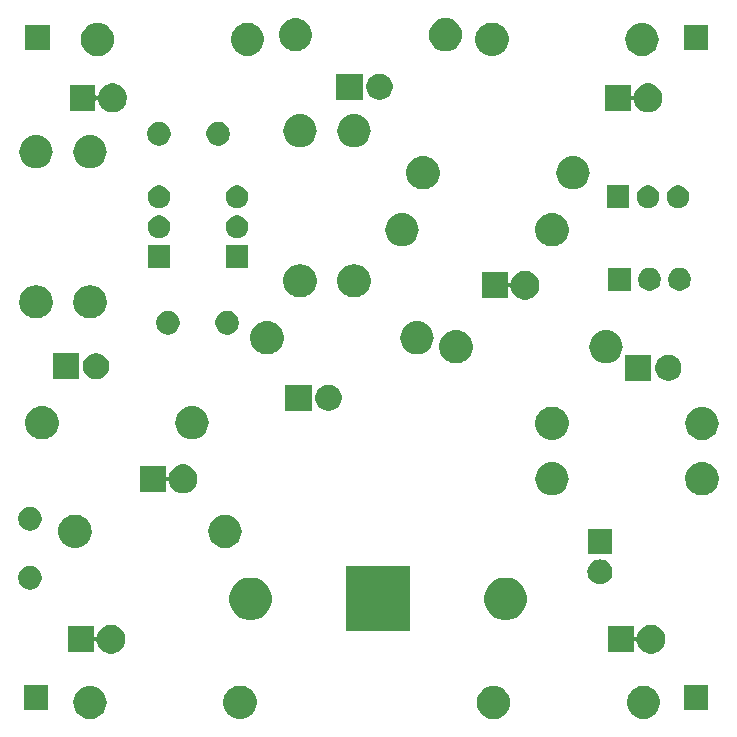
<source format=gbr>
G04 #@! TF.GenerationSoftware,KiCad,Pcbnew,(5.0.1)-4*
G04 #@! TF.CreationDate,2019-02-28T18:49:44-05:00*
G04 #@! TF.ProjectId,km-skillz-badge-kit,6B6D2D736B696C6C7A2D62616467652D,rev?*
G04 #@! TF.SameCoordinates,Original*
G04 #@! TF.FileFunction,Soldermask,Bot*
G04 #@! TF.FilePolarity,Negative*
%FSLAX46Y46*%
G04 Gerber Fmt 4.6, Leading zero omitted, Abs format (unit mm)*
G04 Created by KiCad (PCBNEW (5.0.1)-4) date 2/28/2019 6:49:44 PM*
%MOMM*%
%LPD*%
G01*
G04 APERTURE LIST*
%ADD10C,0.100000*%
G04 APERTURE END LIST*
D10*
G36*
X174103276Y-110758104D02*
X174272299Y-110791725D01*
X174527664Y-110897500D01*
X174757488Y-111051064D01*
X174952936Y-111246512D01*
X175106500Y-111476336D01*
X175212275Y-111731701D01*
X175266200Y-112002798D01*
X175266200Y-112279202D01*
X175212275Y-112550299D01*
X175106500Y-112805664D01*
X174952936Y-113035488D01*
X174757488Y-113230936D01*
X174527664Y-113384500D01*
X174272299Y-113490275D01*
X174136751Y-113517237D01*
X174001203Y-113544200D01*
X173724797Y-113544200D01*
X173589249Y-113517237D01*
X173453701Y-113490275D01*
X173198336Y-113384500D01*
X172968512Y-113230936D01*
X172773064Y-113035488D01*
X172619500Y-112805664D01*
X172513725Y-112550299D01*
X172459800Y-112279202D01*
X172459800Y-112002798D01*
X172513725Y-111731701D01*
X172619500Y-111476336D01*
X172773064Y-111246512D01*
X172968512Y-111051064D01*
X173198336Y-110897500D01*
X173453701Y-110791725D01*
X173622724Y-110758104D01*
X173724797Y-110737800D01*
X174001203Y-110737800D01*
X174103276Y-110758104D01*
X174103276Y-110758104D01*
G37*
G36*
X161438075Y-110758104D02*
X161702579Y-110838340D01*
X161946348Y-110968637D01*
X162160013Y-111143987D01*
X162335363Y-111357652D01*
X162465660Y-111601421D01*
X162545896Y-111865925D01*
X162572989Y-112141000D01*
X162545896Y-112416075D01*
X162465660Y-112680579D01*
X162335363Y-112924348D01*
X162160013Y-113138013D01*
X161946348Y-113313363D01*
X161702579Y-113443660D01*
X161702576Y-113443661D01*
X161438075Y-113523896D01*
X161231929Y-113544200D01*
X161094071Y-113544200D01*
X160887925Y-113523896D01*
X160623424Y-113443661D01*
X160623421Y-113443660D01*
X160379652Y-113313363D01*
X160165987Y-113138013D01*
X159990637Y-112924348D01*
X159860340Y-112680579D01*
X159780104Y-112416075D01*
X159753011Y-112141000D01*
X159780104Y-111865925D01*
X159860340Y-111601421D01*
X159990637Y-111357652D01*
X160165987Y-111143987D01*
X160379652Y-110968637D01*
X160623421Y-110838340D01*
X160887925Y-110758104D01*
X161094071Y-110737800D01*
X161231929Y-110737800D01*
X161438075Y-110758104D01*
X161438075Y-110758104D01*
G37*
G36*
X127275075Y-110758104D02*
X127539579Y-110838340D01*
X127783348Y-110968637D01*
X127997013Y-111143987D01*
X128172363Y-111357652D01*
X128302660Y-111601421D01*
X128382896Y-111865925D01*
X128409989Y-112141000D01*
X128382896Y-112416075D01*
X128302660Y-112680579D01*
X128172363Y-112924348D01*
X127997013Y-113138013D01*
X127783348Y-113313363D01*
X127539579Y-113443660D01*
X127275075Y-113523896D01*
X127068929Y-113544200D01*
X126931071Y-113544200D01*
X126724925Y-113523896D01*
X126460421Y-113443660D01*
X126216652Y-113313363D01*
X126002987Y-113138013D01*
X125827637Y-112924348D01*
X125697340Y-112680579D01*
X125617104Y-112416075D01*
X125590011Y-112141000D01*
X125617104Y-111865925D01*
X125697340Y-111601421D01*
X125827637Y-111357652D01*
X126002987Y-111143987D01*
X126216652Y-110968637D01*
X126460421Y-110838340D01*
X126724925Y-110758104D01*
X126931071Y-110737800D01*
X127068929Y-110737800D01*
X127275075Y-110758104D01*
X127275075Y-110758104D01*
G37*
G36*
X139940276Y-110758104D02*
X140109299Y-110791725D01*
X140364664Y-110897500D01*
X140594488Y-111051064D01*
X140789936Y-111246512D01*
X140943500Y-111476336D01*
X141049275Y-111731701D01*
X141103200Y-112002798D01*
X141103200Y-112279202D01*
X141049275Y-112550299D01*
X140943500Y-112805664D01*
X140789936Y-113035488D01*
X140594488Y-113230936D01*
X140364664Y-113384500D01*
X140109299Y-113490275D01*
X139973751Y-113517237D01*
X139838203Y-113544200D01*
X139561797Y-113544200D01*
X139426249Y-113517237D01*
X139290701Y-113490275D01*
X139035336Y-113384500D01*
X138805512Y-113230936D01*
X138610064Y-113035488D01*
X138456500Y-112805664D01*
X138350725Y-112550299D01*
X138296800Y-112279202D01*
X138296800Y-112002798D01*
X138350725Y-111731701D01*
X138456500Y-111476336D01*
X138610064Y-111246512D01*
X138805512Y-111051064D01*
X139035336Y-110897500D01*
X139290701Y-110791725D01*
X139459724Y-110758104D01*
X139561797Y-110737800D01*
X139838203Y-110737800D01*
X139940276Y-110758104D01*
X139940276Y-110758104D01*
G37*
G36*
X179361200Y-112813200D02*
X177254800Y-112813200D01*
X177254800Y-110706800D01*
X179361200Y-110706800D01*
X179361200Y-112813200D01*
X179361200Y-112813200D01*
G37*
G36*
X123481200Y-112813200D02*
X121374800Y-112813200D01*
X121374800Y-110706800D01*
X123481200Y-110706800D01*
X123481200Y-112813200D01*
X123481200Y-112813200D01*
G37*
G36*
X174657160Y-105595573D02*
X174853627Y-105634652D01*
X174993546Y-105692609D01*
X175075508Y-105726559D01*
X175075509Y-105726560D01*
X175275193Y-105859984D01*
X175445016Y-106029807D01*
X175533965Y-106162930D01*
X175578441Y-106229492D01*
X175612391Y-106311454D01*
X175670348Y-106451373D01*
X175707175Y-106636518D01*
X175717200Y-106686919D01*
X175717200Y-106927081D01*
X175714088Y-106942725D01*
X175670348Y-107162627D01*
X175612391Y-107302546D01*
X175578441Y-107384508D01*
X175578440Y-107384509D01*
X175445016Y-107584193D01*
X175275193Y-107754016D01*
X175142070Y-107842965D01*
X175075508Y-107887441D01*
X174993546Y-107921391D01*
X174853627Y-107979348D01*
X174657160Y-108018427D01*
X174618081Y-108026200D01*
X174377919Y-108026200D01*
X174338840Y-108018427D01*
X174142373Y-107979348D01*
X174002454Y-107921391D01*
X173920492Y-107887441D01*
X173853930Y-107842965D01*
X173720807Y-107754016D01*
X173550984Y-107584193D01*
X173417560Y-107384509D01*
X173417559Y-107384508D01*
X173383609Y-107302546D01*
X173325652Y-107162627D01*
X173301760Y-107042509D01*
X173294533Y-107018685D01*
X173282797Y-106996728D01*
X173267003Y-106977483D01*
X173247758Y-106961689D01*
X173225801Y-106949952D01*
X173201977Y-106942725D01*
X173177200Y-106940285D01*
X173152424Y-106942725D01*
X173128600Y-106949952D01*
X173106643Y-106961688D01*
X173087398Y-106977482D01*
X173071604Y-106996727D01*
X173059867Y-107018684D01*
X173052640Y-107042508D01*
X173050200Y-107067285D01*
X173050200Y-107899200D01*
X170865800Y-107899200D01*
X170865800Y-105714800D01*
X173050200Y-105714800D01*
X173050200Y-106546715D01*
X173052640Y-106571491D01*
X173059867Y-106595316D01*
X173071603Y-106617272D01*
X173087397Y-106636518D01*
X173106643Y-106652312D01*
X173128599Y-106664048D01*
X173152424Y-106671275D01*
X173177200Y-106673715D01*
X173201976Y-106671275D01*
X173225801Y-106664048D01*
X173247757Y-106652312D01*
X173267003Y-106636518D01*
X173282797Y-106617272D01*
X173294533Y-106595316D01*
X173301760Y-106571491D01*
X173325652Y-106451373D01*
X173383609Y-106311454D01*
X173417559Y-106229492D01*
X173462035Y-106162930D01*
X173550984Y-106029807D01*
X173720807Y-105859984D01*
X173920491Y-105726560D01*
X173920492Y-105726559D01*
X174002454Y-105692609D01*
X174142373Y-105634652D01*
X174338840Y-105595573D01*
X174377919Y-105587800D01*
X174618081Y-105587800D01*
X174657160Y-105595573D01*
X174657160Y-105595573D01*
G37*
G36*
X128937160Y-105595573D02*
X129133627Y-105634652D01*
X129273546Y-105692609D01*
X129355508Y-105726559D01*
X129355509Y-105726560D01*
X129555193Y-105859984D01*
X129725016Y-106029807D01*
X129813965Y-106162930D01*
X129858441Y-106229492D01*
X129892391Y-106311454D01*
X129950348Y-106451373D01*
X129987175Y-106636518D01*
X129997200Y-106686919D01*
X129997200Y-106927081D01*
X129994088Y-106942725D01*
X129950348Y-107162627D01*
X129892391Y-107302546D01*
X129858441Y-107384508D01*
X129858440Y-107384509D01*
X129725016Y-107584193D01*
X129555193Y-107754016D01*
X129422070Y-107842965D01*
X129355508Y-107887441D01*
X129273546Y-107921391D01*
X129133627Y-107979348D01*
X128937160Y-108018427D01*
X128898081Y-108026200D01*
X128657919Y-108026200D01*
X128618840Y-108018427D01*
X128422373Y-107979348D01*
X128282454Y-107921391D01*
X128200492Y-107887441D01*
X128133930Y-107842965D01*
X128000807Y-107754016D01*
X127830984Y-107584193D01*
X127697560Y-107384509D01*
X127697559Y-107384508D01*
X127663609Y-107302546D01*
X127605652Y-107162627D01*
X127581760Y-107042509D01*
X127574533Y-107018685D01*
X127562797Y-106996728D01*
X127547003Y-106977483D01*
X127527758Y-106961689D01*
X127505801Y-106949952D01*
X127481977Y-106942725D01*
X127457200Y-106940285D01*
X127432424Y-106942725D01*
X127408600Y-106949952D01*
X127386643Y-106961688D01*
X127367398Y-106977482D01*
X127351604Y-106996727D01*
X127339867Y-107018684D01*
X127332640Y-107042508D01*
X127330200Y-107067285D01*
X127330200Y-107899200D01*
X125145800Y-107899200D01*
X125145800Y-105714800D01*
X127330200Y-105714800D01*
X127330200Y-106546715D01*
X127332640Y-106571491D01*
X127339867Y-106595316D01*
X127351603Y-106617272D01*
X127367397Y-106636518D01*
X127386643Y-106652312D01*
X127408599Y-106664048D01*
X127432424Y-106671275D01*
X127457200Y-106673715D01*
X127481976Y-106671275D01*
X127505801Y-106664048D01*
X127527757Y-106652312D01*
X127547003Y-106636518D01*
X127562797Y-106617272D01*
X127574533Y-106595316D01*
X127581760Y-106571491D01*
X127605652Y-106451373D01*
X127663609Y-106311454D01*
X127697559Y-106229492D01*
X127742035Y-106162930D01*
X127830984Y-106029807D01*
X128000807Y-105859984D01*
X128200491Y-105726560D01*
X128200492Y-105726559D01*
X128282454Y-105692609D01*
X128422373Y-105634652D01*
X128618840Y-105595573D01*
X128657919Y-105587800D01*
X128898081Y-105587800D01*
X128937160Y-105595573D01*
X128937160Y-105595573D01*
G37*
G36*
X154127200Y-106121200D02*
X148640800Y-106121200D01*
X148640800Y-100634800D01*
X154127200Y-100634800D01*
X154127200Y-106121200D01*
X154127200Y-106121200D01*
G37*
G36*
X162424184Y-101600988D02*
X162701327Y-101656115D01*
X163027216Y-101791103D01*
X163320503Y-101987071D01*
X163569929Y-102236497D01*
X163765897Y-102529784D01*
X163900885Y-102855673D01*
X163969700Y-103201632D01*
X163969700Y-103554368D01*
X163900885Y-103900327D01*
X163765897Y-104226216D01*
X163569929Y-104519503D01*
X163320503Y-104768929D01*
X163027216Y-104964897D01*
X162701327Y-105099885D01*
X162424184Y-105155012D01*
X162355369Y-105168700D01*
X162002631Y-105168700D01*
X161933816Y-105155012D01*
X161656673Y-105099885D01*
X161330784Y-104964897D01*
X161037497Y-104768929D01*
X160788071Y-104519503D01*
X160592103Y-104226216D01*
X160457115Y-103900327D01*
X160388300Y-103554368D01*
X160388300Y-103201632D01*
X160457115Y-102855673D01*
X160592103Y-102529784D01*
X160788071Y-102236497D01*
X161037497Y-101987071D01*
X161330784Y-101791103D01*
X161656673Y-101656115D01*
X161933816Y-101600988D01*
X162002631Y-101587300D01*
X162355369Y-101587300D01*
X162424184Y-101600988D01*
X162424184Y-101600988D01*
G37*
G36*
X140834184Y-101600988D02*
X141111327Y-101656115D01*
X141437216Y-101791103D01*
X141730503Y-101987071D01*
X141979929Y-102236497D01*
X142175897Y-102529784D01*
X142310885Y-102855673D01*
X142379700Y-103201632D01*
X142379700Y-103554368D01*
X142310885Y-103900327D01*
X142175897Y-104226216D01*
X141979929Y-104519503D01*
X141730503Y-104768929D01*
X141437216Y-104964897D01*
X141111327Y-105099885D01*
X140834184Y-105155012D01*
X140765369Y-105168700D01*
X140412631Y-105168700D01*
X140343816Y-105155012D01*
X140066673Y-105099885D01*
X139740784Y-104964897D01*
X139447497Y-104768929D01*
X139198071Y-104519503D01*
X139002103Y-104226216D01*
X138867115Y-103900327D01*
X138798300Y-103554368D01*
X138798300Y-103201632D01*
X138867115Y-102855673D01*
X139002103Y-102529784D01*
X139198071Y-102236497D01*
X139447497Y-101987071D01*
X139740784Y-101791103D01*
X140066673Y-101656115D01*
X140343816Y-101600988D01*
X140412631Y-101587300D01*
X140765369Y-101587300D01*
X140834184Y-101600988D01*
X140834184Y-101600988D01*
G37*
G36*
X122212623Y-100635352D02*
X122212626Y-100635353D01*
X122212625Y-100635353D01*
X122395191Y-100710974D01*
X122559503Y-100820764D01*
X122699236Y-100960497D01*
X122809026Y-101124809D01*
X122874988Y-101284055D01*
X122884648Y-101307377D01*
X122923200Y-101501193D01*
X122923200Y-101698807D01*
X122884648Y-101892623D01*
X122884647Y-101892625D01*
X122809026Y-102075191D01*
X122699236Y-102239503D01*
X122559503Y-102379236D01*
X122395191Y-102489026D01*
X122235945Y-102554988D01*
X122212623Y-102564648D01*
X122018807Y-102603200D01*
X121821193Y-102603200D01*
X121627377Y-102564648D01*
X121604055Y-102554988D01*
X121444809Y-102489026D01*
X121280497Y-102379236D01*
X121140764Y-102239503D01*
X121030974Y-102075191D01*
X120955353Y-101892625D01*
X120955352Y-101892623D01*
X120916800Y-101698807D01*
X120916800Y-101501193D01*
X120955352Y-101307377D01*
X120965012Y-101284055D01*
X121030974Y-101124809D01*
X121140764Y-100960497D01*
X121280497Y-100820764D01*
X121444809Y-100710974D01*
X121627375Y-100635353D01*
X121627374Y-100635353D01*
X121627377Y-100635352D01*
X121821193Y-100596800D01*
X122018807Y-100596800D01*
X122212623Y-100635352D01*
X122212623Y-100635352D01*
G37*
G36*
X170386464Y-100054039D02*
X170584991Y-100114262D01*
X170767957Y-100212060D01*
X170928328Y-100343672D01*
X171059940Y-100504043D01*
X171157738Y-100687009D01*
X171217961Y-100885536D01*
X171238296Y-101092000D01*
X171217961Y-101298464D01*
X171157738Y-101496991D01*
X171059940Y-101679957D01*
X170928328Y-101840328D01*
X170767957Y-101971940D01*
X170584991Y-102069738D01*
X170386464Y-102129961D01*
X170231741Y-102145200D01*
X170128259Y-102145200D01*
X169973536Y-102129961D01*
X169775009Y-102069738D01*
X169592043Y-101971940D01*
X169431672Y-101840328D01*
X169300060Y-101679957D01*
X169202262Y-101496991D01*
X169142039Y-101298464D01*
X169121704Y-101092000D01*
X169142039Y-100885536D01*
X169202262Y-100687009D01*
X169300060Y-100504043D01*
X169431672Y-100343672D01*
X169592043Y-100212060D01*
X169775009Y-100114262D01*
X169973536Y-100054039D01*
X170128259Y-100038800D01*
X170231741Y-100038800D01*
X170386464Y-100054039D01*
X170386464Y-100054039D01*
G37*
G36*
X171233200Y-99605200D02*
X169126800Y-99605200D01*
X169126800Y-97498800D01*
X171233200Y-97498800D01*
X171233200Y-99605200D01*
X171233200Y-99605200D01*
G37*
G36*
X125970276Y-96280104D02*
X126139299Y-96313725D01*
X126394664Y-96419500D01*
X126624488Y-96573064D01*
X126819936Y-96768512D01*
X126973500Y-96998336D01*
X127073394Y-97239503D01*
X127079275Y-97253702D01*
X127126085Y-97489026D01*
X127133200Y-97524798D01*
X127133200Y-97801202D01*
X127079275Y-98072299D01*
X126973500Y-98327664D01*
X126819936Y-98557488D01*
X126624488Y-98752936D01*
X126394664Y-98906500D01*
X126139299Y-99012275D01*
X126003751Y-99039237D01*
X125868203Y-99066200D01*
X125591797Y-99066200D01*
X125456249Y-99039237D01*
X125320701Y-99012275D01*
X125065336Y-98906500D01*
X124835512Y-98752936D01*
X124640064Y-98557488D01*
X124486500Y-98327664D01*
X124380725Y-98072299D01*
X124326800Y-97801202D01*
X124326800Y-97524798D01*
X124333916Y-97489026D01*
X124380725Y-97253702D01*
X124386606Y-97239503D01*
X124486500Y-96998336D01*
X124640064Y-96768512D01*
X124835512Y-96573064D01*
X125065336Y-96419500D01*
X125320701Y-96313725D01*
X125489724Y-96280104D01*
X125591797Y-96259800D01*
X125868203Y-96259800D01*
X125970276Y-96280104D01*
X125970276Y-96280104D01*
G37*
G36*
X138705075Y-96280104D02*
X138794983Y-96307377D01*
X138969579Y-96360340D01*
X139213348Y-96490637D01*
X139427013Y-96665987D01*
X139602363Y-96879652D01*
X139732660Y-97123421D01*
X139812896Y-97387925D01*
X139839989Y-97663000D01*
X139812896Y-97938075D01*
X139732660Y-98202579D01*
X139602363Y-98446348D01*
X139427013Y-98660013D01*
X139213348Y-98835363D01*
X138969579Y-98965660D01*
X138969576Y-98965661D01*
X138705075Y-99045896D01*
X138498929Y-99066200D01*
X138361071Y-99066200D01*
X138154925Y-99045896D01*
X137890424Y-98965661D01*
X137890421Y-98965660D01*
X137646652Y-98835363D01*
X137432987Y-98660013D01*
X137257637Y-98446348D01*
X137127340Y-98202579D01*
X137047104Y-97938075D01*
X137020011Y-97663000D01*
X137047104Y-97387925D01*
X137127340Y-97123421D01*
X137257637Y-96879652D01*
X137432987Y-96665987D01*
X137646652Y-96490637D01*
X137890421Y-96360340D01*
X138065018Y-96307377D01*
X138154925Y-96280104D01*
X138361071Y-96259800D01*
X138498929Y-96259800D01*
X138705075Y-96280104D01*
X138705075Y-96280104D01*
G37*
G36*
X122212623Y-95635352D02*
X122212626Y-95635353D01*
X122212625Y-95635353D01*
X122395191Y-95710974D01*
X122559503Y-95820764D01*
X122699236Y-95960497D01*
X122809026Y-96124809D01*
X122864941Y-96259800D01*
X122884648Y-96307377D01*
X122923200Y-96501193D01*
X122923200Y-96698807D01*
X122884648Y-96892623D01*
X122884647Y-96892625D01*
X122809026Y-97075191D01*
X122699236Y-97239503D01*
X122559503Y-97379236D01*
X122395191Y-97489026D01*
X122235945Y-97554988D01*
X122212623Y-97564648D01*
X122018807Y-97603200D01*
X121821193Y-97603200D01*
X121627377Y-97564648D01*
X121604055Y-97554988D01*
X121444809Y-97489026D01*
X121280497Y-97379236D01*
X121140764Y-97239503D01*
X121030974Y-97075191D01*
X120955353Y-96892625D01*
X120955352Y-96892623D01*
X120916800Y-96698807D01*
X120916800Y-96501193D01*
X120955352Y-96307377D01*
X120975059Y-96259800D01*
X121030974Y-96124809D01*
X121140764Y-95960497D01*
X121280497Y-95820764D01*
X121444809Y-95710974D01*
X121627375Y-95635353D01*
X121627374Y-95635353D01*
X121627377Y-95635352D01*
X121821193Y-95596800D01*
X122018807Y-95596800D01*
X122212623Y-95635352D01*
X122212623Y-95635352D01*
G37*
G36*
X166391075Y-91835104D02*
X166655579Y-91915340D01*
X166899348Y-92045637D01*
X167113013Y-92220987D01*
X167288363Y-92434652D01*
X167418660Y-92678421D01*
X167498896Y-92942925D01*
X167525989Y-93218000D01*
X167498896Y-93493075D01*
X167418660Y-93757579D01*
X167288363Y-94001348D01*
X167113013Y-94215013D01*
X166899348Y-94390363D01*
X166655579Y-94520660D01*
X166655576Y-94520661D01*
X166391075Y-94600896D01*
X166184929Y-94621200D01*
X166047071Y-94621200D01*
X165840925Y-94600896D01*
X165576424Y-94520661D01*
X165576421Y-94520660D01*
X165332652Y-94390363D01*
X165118987Y-94215013D01*
X164943637Y-94001348D01*
X164813340Y-93757579D01*
X164733104Y-93493075D01*
X164706011Y-93218000D01*
X164733104Y-92942925D01*
X164813340Y-92678421D01*
X164943637Y-92434652D01*
X165118987Y-92220987D01*
X165332652Y-92045637D01*
X165576421Y-91915340D01*
X165840925Y-91835104D01*
X166047071Y-91814800D01*
X166184929Y-91814800D01*
X166391075Y-91835104D01*
X166391075Y-91835104D01*
G37*
G36*
X179056276Y-91835104D02*
X179225299Y-91868725D01*
X179480664Y-91974500D01*
X179710488Y-92128064D01*
X179905936Y-92323512D01*
X180059500Y-92553336D01*
X180165275Y-92808701D01*
X180165275Y-92808702D01*
X180219200Y-93079797D01*
X180219200Y-93356203D01*
X180199844Y-93453509D01*
X180165275Y-93627299D01*
X180059500Y-93882664D01*
X179905936Y-94112488D01*
X179710488Y-94307936D01*
X179480664Y-94461500D01*
X179225299Y-94567275D01*
X179089751Y-94594237D01*
X178954203Y-94621200D01*
X178677797Y-94621200D01*
X178542249Y-94594237D01*
X178406701Y-94567275D01*
X178151336Y-94461500D01*
X177921512Y-94307936D01*
X177726064Y-94112488D01*
X177572500Y-93882664D01*
X177466725Y-93627299D01*
X177432156Y-93453509D01*
X177412800Y-93356203D01*
X177412800Y-93079797D01*
X177466725Y-92808702D01*
X177466725Y-92808701D01*
X177572500Y-92553336D01*
X177726064Y-92323512D01*
X177921512Y-92128064D01*
X178151336Y-91974500D01*
X178406701Y-91868725D01*
X178575724Y-91835104D01*
X178677797Y-91814800D01*
X178954203Y-91814800D01*
X179056276Y-91835104D01*
X179056276Y-91835104D01*
G37*
G36*
X135033160Y-92006573D02*
X135229627Y-92045652D01*
X135369546Y-92103609D01*
X135451508Y-92137559D01*
X135451509Y-92137560D01*
X135651193Y-92270984D01*
X135821016Y-92440807D01*
X135896205Y-92553336D01*
X135954441Y-92640492D01*
X135970153Y-92678424D01*
X136046348Y-92862373D01*
X136083175Y-93047518D01*
X136093200Y-93097919D01*
X136093200Y-93338081D01*
X136089595Y-93356203D01*
X136046348Y-93573627D01*
X135988391Y-93713546D01*
X135954441Y-93795508D01*
X135954440Y-93795509D01*
X135821016Y-93995193D01*
X135651193Y-94165016D01*
X135518070Y-94253965D01*
X135451508Y-94298441D01*
X135369546Y-94332391D01*
X135229627Y-94390348D01*
X135033160Y-94429427D01*
X134994081Y-94437200D01*
X134753919Y-94437200D01*
X134714840Y-94429427D01*
X134518373Y-94390348D01*
X134378454Y-94332391D01*
X134296492Y-94298441D01*
X134229930Y-94253965D01*
X134096807Y-94165016D01*
X133926984Y-93995193D01*
X133793560Y-93795509D01*
X133793559Y-93795508D01*
X133759609Y-93713546D01*
X133701652Y-93573627D01*
X133677760Y-93453509D01*
X133670533Y-93429685D01*
X133658797Y-93407728D01*
X133643003Y-93388483D01*
X133623758Y-93372689D01*
X133601801Y-93360952D01*
X133577977Y-93353725D01*
X133553200Y-93351285D01*
X133528424Y-93353725D01*
X133504600Y-93360952D01*
X133482643Y-93372688D01*
X133463398Y-93388482D01*
X133447604Y-93407727D01*
X133435867Y-93429684D01*
X133428640Y-93453508D01*
X133426200Y-93478285D01*
X133426200Y-94310200D01*
X131241800Y-94310200D01*
X131241800Y-92125800D01*
X133426200Y-92125800D01*
X133426200Y-92957715D01*
X133428640Y-92982491D01*
X133435867Y-93006316D01*
X133447603Y-93028272D01*
X133463397Y-93047518D01*
X133482643Y-93063312D01*
X133504599Y-93075048D01*
X133528424Y-93082275D01*
X133553200Y-93084715D01*
X133577976Y-93082275D01*
X133601801Y-93075048D01*
X133623757Y-93063312D01*
X133643003Y-93047518D01*
X133658797Y-93028272D01*
X133670533Y-93006316D01*
X133677760Y-92982491D01*
X133701652Y-92862373D01*
X133777847Y-92678424D01*
X133793559Y-92640492D01*
X133851795Y-92553336D01*
X133926984Y-92440807D01*
X134096807Y-92270984D01*
X134296491Y-92137560D01*
X134296492Y-92137559D01*
X134378454Y-92103609D01*
X134518373Y-92045652D01*
X134714840Y-92006573D01*
X134753919Y-91998800D01*
X134994081Y-91998800D01*
X135033160Y-92006573D01*
X135033160Y-92006573D01*
G37*
G36*
X166356276Y-87136104D02*
X166525299Y-87169725D01*
X166780664Y-87275500D01*
X167010488Y-87429064D01*
X167205936Y-87624512D01*
X167359500Y-87854336D01*
X167465275Y-88109701D01*
X167519200Y-88380798D01*
X167519200Y-88657202D01*
X167465275Y-88928299D01*
X167359500Y-89183664D01*
X167205936Y-89413488D01*
X167010488Y-89608936D01*
X166780664Y-89762500D01*
X166525299Y-89868275D01*
X166389750Y-89895238D01*
X166254203Y-89922200D01*
X165977797Y-89922200D01*
X165842250Y-89895238D01*
X165706701Y-89868275D01*
X165451336Y-89762500D01*
X165221512Y-89608936D01*
X165026064Y-89413488D01*
X164872500Y-89183664D01*
X164766725Y-88928299D01*
X164712800Y-88657202D01*
X164712800Y-88380798D01*
X164766725Y-88109701D01*
X164872500Y-87854336D01*
X165026064Y-87624512D01*
X165221512Y-87429064D01*
X165451336Y-87275500D01*
X165706701Y-87169725D01*
X165875724Y-87136104D01*
X165977797Y-87115800D01*
X166254203Y-87115800D01*
X166356276Y-87136104D01*
X166356276Y-87136104D01*
G37*
G36*
X179091075Y-87136104D02*
X179355579Y-87216340D01*
X179599348Y-87346637D01*
X179813013Y-87521987D01*
X179988363Y-87735652D01*
X180118660Y-87979421D01*
X180198896Y-88243925D01*
X180225989Y-88519000D01*
X180198896Y-88794075D01*
X180118660Y-89058579D01*
X179988363Y-89302348D01*
X179813013Y-89516013D01*
X179599348Y-89691363D01*
X179355579Y-89821660D01*
X179091075Y-89901896D01*
X178884929Y-89922200D01*
X178747071Y-89922200D01*
X178540925Y-89901896D01*
X178276421Y-89821660D01*
X178032652Y-89691363D01*
X177818987Y-89516013D01*
X177643637Y-89302348D01*
X177513340Y-89058579D01*
X177433104Y-88794075D01*
X177406011Y-88519000D01*
X177433104Y-88243925D01*
X177513340Y-87979421D01*
X177643637Y-87735652D01*
X177818987Y-87521987D01*
X178032652Y-87346637D01*
X178276421Y-87216340D01*
X178540925Y-87136104D01*
X178747071Y-87115800D01*
X178884929Y-87115800D01*
X179091075Y-87136104D01*
X179091075Y-87136104D01*
G37*
G36*
X135911075Y-87085304D02*
X136175579Y-87165540D01*
X136419348Y-87295837D01*
X136633013Y-87471187D01*
X136808363Y-87684852D01*
X136938660Y-87928621D01*
X137018896Y-88193125D01*
X137045989Y-88468200D01*
X137018896Y-88743275D01*
X136938660Y-89007779D01*
X136808363Y-89251548D01*
X136633013Y-89465213D01*
X136419348Y-89640563D01*
X136175579Y-89770860D01*
X136175576Y-89770861D01*
X135911075Y-89851096D01*
X135704929Y-89871400D01*
X135567071Y-89871400D01*
X135360925Y-89851096D01*
X135096424Y-89770861D01*
X135096421Y-89770860D01*
X134852652Y-89640563D01*
X134638987Y-89465213D01*
X134463637Y-89251548D01*
X134333340Y-89007779D01*
X134253104Y-88743275D01*
X134226011Y-88468200D01*
X134253104Y-88193125D01*
X134333340Y-87928621D01*
X134463637Y-87684852D01*
X134638987Y-87471187D01*
X134852652Y-87295837D01*
X135096421Y-87165540D01*
X135360925Y-87085304D01*
X135567071Y-87065000D01*
X135704929Y-87065000D01*
X135911075Y-87085304D01*
X135911075Y-87085304D01*
G37*
G36*
X123176276Y-87085304D02*
X123345299Y-87118925D01*
X123600664Y-87224700D01*
X123830488Y-87378264D01*
X124025936Y-87573712D01*
X124179500Y-87803536D01*
X124285275Y-88058901D01*
X124339200Y-88329998D01*
X124339200Y-88606402D01*
X124285275Y-88877499D01*
X124179500Y-89132864D01*
X124025936Y-89362688D01*
X123830488Y-89558136D01*
X123600664Y-89711700D01*
X123345299Y-89817475D01*
X123209751Y-89844437D01*
X123074203Y-89871400D01*
X122797797Y-89871400D01*
X122662249Y-89844437D01*
X122526701Y-89817475D01*
X122271336Y-89711700D01*
X122041512Y-89558136D01*
X121846064Y-89362688D01*
X121692500Y-89132864D01*
X121586725Y-88877499D01*
X121532800Y-88606402D01*
X121532800Y-88329998D01*
X121586725Y-88058901D01*
X121692500Y-87803536D01*
X121846064Y-87573712D01*
X122041512Y-87378264D01*
X122271336Y-87224700D01*
X122526701Y-87118925D01*
X122695724Y-87085304D01*
X122797797Y-87065000D01*
X123074203Y-87065000D01*
X123176276Y-87085304D01*
X123176276Y-87085304D01*
G37*
G36*
X145756200Y-87463200D02*
X143549800Y-87463200D01*
X143549800Y-85256800D01*
X145756200Y-85256800D01*
X145756200Y-87463200D01*
X145756200Y-87463200D01*
G37*
G36*
X147514792Y-85299195D02*
X147715561Y-85382357D01*
X147896249Y-85503089D01*
X148049911Y-85656751D01*
X148170643Y-85837439D01*
X148253805Y-86038208D01*
X148296200Y-86251344D01*
X148296200Y-86468656D01*
X148253805Y-86681792D01*
X148170643Y-86882561D01*
X148049911Y-87063249D01*
X147896249Y-87216911D01*
X147715561Y-87337643D01*
X147514792Y-87420805D01*
X147301656Y-87463200D01*
X147084344Y-87463200D01*
X146871208Y-87420805D01*
X146670439Y-87337643D01*
X146489751Y-87216911D01*
X146336089Y-87063249D01*
X146215357Y-86882561D01*
X146132195Y-86681792D01*
X146089800Y-86468656D01*
X146089800Y-86251344D01*
X146132195Y-86038208D01*
X146215357Y-85837439D01*
X146336089Y-85656751D01*
X146489751Y-85503089D01*
X146670439Y-85382357D01*
X146871208Y-85299195D01*
X147084344Y-85256800D01*
X147301656Y-85256800D01*
X147514792Y-85299195D01*
X147514792Y-85299195D01*
G37*
G36*
X176292992Y-82759195D02*
X176493761Y-82842357D01*
X176674449Y-82963089D01*
X176828111Y-83116751D01*
X176948843Y-83297439D01*
X177032005Y-83498208D01*
X177074400Y-83711344D01*
X177074400Y-83928656D01*
X177032005Y-84141792D01*
X176948843Y-84342561D01*
X176828111Y-84523249D01*
X176674449Y-84676911D01*
X176493761Y-84797643D01*
X176292992Y-84880805D01*
X176079856Y-84923200D01*
X175862544Y-84923200D01*
X175649408Y-84880805D01*
X175448639Y-84797643D01*
X175267951Y-84676911D01*
X175114289Y-84523249D01*
X174993557Y-84342561D01*
X174910395Y-84141792D01*
X174868000Y-83928656D01*
X174868000Y-83711344D01*
X174910395Y-83498208D01*
X174993557Y-83297439D01*
X175114289Y-83116751D01*
X175267951Y-82963089D01*
X175448639Y-82842357D01*
X175649408Y-82759195D01*
X175862544Y-82716800D01*
X176079856Y-82716800D01*
X176292992Y-82759195D01*
X176292992Y-82759195D01*
G37*
G36*
X174534400Y-84923200D02*
X172328000Y-84923200D01*
X172328000Y-82716800D01*
X174534400Y-82716800D01*
X174534400Y-84923200D01*
X174534400Y-84923200D01*
G37*
G36*
X127829792Y-82632195D02*
X128030561Y-82715357D01*
X128211249Y-82836089D01*
X128364911Y-82989751D01*
X128485643Y-83170439D01*
X128568805Y-83371208D01*
X128611200Y-83584344D01*
X128611200Y-83801656D01*
X128568805Y-84014792D01*
X128485643Y-84215561D01*
X128364911Y-84396249D01*
X128211249Y-84549911D01*
X128030561Y-84670643D01*
X127829792Y-84753805D01*
X127616656Y-84796200D01*
X127399344Y-84796200D01*
X127186208Y-84753805D01*
X126985439Y-84670643D01*
X126804751Y-84549911D01*
X126651089Y-84396249D01*
X126530357Y-84215561D01*
X126447195Y-84014792D01*
X126404800Y-83801656D01*
X126404800Y-83584344D01*
X126447195Y-83371208D01*
X126530357Y-83170439D01*
X126651089Y-82989751D01*
X126804751Y-82836089D01*
X126985439Y-82715357D01*
X127186208Y-82632195D01*
X127399344Y-82589800D01*
X127616656Y-82589800D01*
X127829792Y-82632195D01*
X127829792Y-82632195D01*
G37*
G36*
X126071200Y-84796200D02*
X123864800Y-84796200D01*
X123864800Y-82589800D01*
X126071200Y-82589800D01*
X126071200Y-84796200D01*
X126071200Y-84796200D01*
G37*
G36*
X170963075Y-80659104D02*
X171227579Y-80739340D01*
X171471348Y-80869637D01*
X171685013Y-81044987D01*
X171860363Y-81258652D01*
X171990660Y-81502421D01*
X172070896Y-81766925D01*
X172097989Y-82042000D01*
X172070896Y-82317075D01*
X171990660Y-82581579D01*
X171860363Y-82825348D01*
X171685013Y-83039013D01*
X171471348Y-83214363D01*
X171227579Y-83344660D01*
X170963075Y-83424896D01*
X170756929Y-83445200D01*
X170619071Y-83445200D01*
X170412925Y-83424896D01*
X170148421Y-83344660D01*
X169904652Y-83214363D01*
X169690987Y-83039013D01*
X169515637Y-82825348D01*
X169385340Y-82581579D01*
X169305104Y-82317075D01*
X169278011Y-82042000D01*
X169305104Y-81766925D01*
X169385340Y-81502421D01*
X169515637Y-81258652D01*
X169690987Y-81044987D01*
X169904652Y-80869637D01*
X170148421Y-80739340D01*
X170412925Y-80659104D01*
X170619071Y-80638800D01*
X170756929Y-80638800D01*
X170963075Y-80659104D01*
X170963075Y-80659104D01*
G37*
G36*
X158228276Y-80659104D02*
X158397299Y-80692725D01*
X158652664Y-80798500D01*
X158882488Y-80952064D01*
X159077936Y-81147512D01*
X159231500Y-81377336D01*
X159337275Y-81632701D01*
X159391200Y-81903798D01*
X159391200Y-82180202D01*
X159337275Y-82451299D01*
X159231500Y-82706664D01*
X159077936Y-82936488D01*
X158882488Y-83131936D01*
X158652664Y-83285500D01*
X158397299Y-83391275D01*
X158261750Y-83418238D01*
X158126203Y-83445200D01*
X157849797Y-83445200D01*
X157714250Y-83418238D01*
X157578701Y-83391275D01*
X157323336Y-83285500D01*
X157093512Y-83131936D01*
X156898064Y-82936488D01*
X156744500Y-82706664D01*
X156638725Y-82451299D01*
X156584800Y-82180202D01*
X156584800Y-81903798D01*
X156638725Y-81632701D01*
X156744500Y-81377336D01*
X156898064Y-81147512D01*
X157093512Y-80952064D01*
X157323336Y-80798500D01*
X157578701Y-80692725D01*
X157747724Y-80659104D01*
X157849797Y-80638800D01*
X158126203Y-80638800D01*
X158228276Y-80659104D01*
X158228276Y-80659104D01*
G37*
G36*
X142226276Y-79897104D02*
X142395299Y-79930725D01*
X142650664Y-80036500D01*
X142880488Y-80190064D01*
X143075936Y-80385512D01*
X143229500Y-80615336D01*
X143335275Y-80870701D01*
X143389200Y-81141798D01*
X143389200Y-81418202D01*
X143335275Y-81689299D01*
X143229500Y-81944664D01*
X143075936Y-82174488D01*
X142880488Y-82369936D01*
X142650664Y-82523500D01*
X142395299Y-82629275D01*
X142259750Y-82656238D01*
X142124203Y-82683200D01*
X141847797Y-82683200D01*
X141712250Y-82656238D01*
X141576701Y-82629275D01*
X141321336Y-82523500D01*
X141091512Y-82369936D01*
X140896064Y-82174488D01*
X140742500Y-81944664D01*
X140636725Y-81689299D01*
X140582800Y-81418202D01*
X140582800Y-81141798D01*
X140636725Y-80870701D01*
X140742500Y-80615336D01*
X140896064Y-80385512D01*
X141091512Y-80190064D01*
X141321336Y-80036500D01*
X141576701Y-79930725D01*
X141745724Y-79897104D01*
X141847797Y-79876800D01*
X142124203Y-79876800D01*
X142226276Y-79897104D01*
X142226276Y-79897104D01*
G37*
G36*
X154961075Y-79897104D02*
X155225579Y-79977340D01*
X155469348Y-80107637D01*
X155683013Y-80282987D01*
X155858363Y-80496652D01*
X155988660Y-80740421D01*
X156068896Y-81004925D01*
X156095989Y-81280000D01*
X156068896Y-81555075D01*
X155988660Y-81819579D01*
X155858363Y-82063348D01*
X155683013Y-82277013D01*
X155469348Y-82452363D01*
X155225579Y-82582660D01*
X155225576Y-82582661D01*
X155071909Y-82629275D01*
X154961075Y-82662896D01*
X154754929Y-82683200D01*
X154617071Y-82683200D01*
X154410925Y-82662896D01*
X154300091Y-82629275D01*
X154146424Y-82582661D01*
X154146421Y-82582660D01*
X153902652Y-82452363D01*
X153688987Y-82277013D01*
X153513637Y-82063348D01*
X153383340Y-81819579D01*
X153303104Y-81555075D01*
X153276011Y-81280000D01*
X153303104Y-81004925D01*
X153383340Y-80740421D01*
X153513637Y-80496652D01*
X153688987Y-80282987D01*
X153902652Y-80107637D01*
X154146421Y-79977340D01*
X154410925Y-79897104D01*
X154617071Y-79876800D01*
X154754929Y-79876800D01*
X154961075Y-79897104D01*
X154961075Y-79897104D01*
G37*
G36*
X133896623Y-79045352D02*
X133896626Y-79045353D01*
X133896625Y-79045353D01*
X134079191Y-79120974D01*
X134243503Y-79230764D01*
X134383236Y-79370497D01*
X134493026Y-79534809D01*
X134534609Y-79635200D01*
X134568648Y-79717377D01*
X134607200Y-79911193D01*
X134607200Y-80108807D01*
X134568648Y-80302623D01*
X134568647Y-80302625D01*
X134493026Y-80485191D01*
X134383236Y-80649503D01*
X134243503Y-80789236D01*
X134079191Y-80899026D01*
X133951145Y-80952064D01*
X133896623Y-80974648D01*
X133702807Y-81013200D01*
X133505193Y-81013200D01*
X133311377Y-80974648D01*
X133256855Y-80952064D01*
X133128809Y-80899026D01*
X132964497Y-80789236D01*
X132824764Y-80649503D01*
X132714974Y-80485191D01*
X132639353Y-80302625D01*
X132639352Y-80302623D01*
X132600800Y-80108807D01*
X132600800Y-79911193D01*
X132639352Y-79717377D01*
X132673391Y-79635200D01*
X132714974Y-79534809D01*
X132824764Y-79370497D01*
X132964497Y-79230764D01*
X133128809Y-79120974D01*
X133311375Y-79045353D01*
X133311374Y-79045353D01*
X133311377Y-79045352D01*
X133505193Y-79006800D01*
X133702807Y-79006800D01*
X133896623Y-79045352D01*
X133896623Y-79045352D01*
G37*
G36*
X138896623Y-79045352D02*
X138896626Y-79045353D01*
X138896625Y-79045353D01*
X139079191Y-79120974D01*
X139243503Y-79230764D01*
X139383236Y-79370497D01*
X139493026Y-79534809D01*
X139534609Y-79635200D01*
X139568648Y-79717377D01*
X139607200Y-79911193D01*
X139607200Y-80108807D01*
X139568648Y-80302623D01*
X139568647Y-80302625D01*
X139493026Y-80485191D01*
X139383236Y-80649503D01*
X139243503Y-80789236D01*
X139079191Y-80899026D01*
X138951145Y-80952064D01*
X138896623Y-80974648D01*
X138702807Y-81013200D01*
X138505193Y-81013200D01*
X138311377Y-80974648D01*
X138256855Y-80952064D01*
X138128809Y-80899026D01*
X137964497Y-80789236D01*
X137824764Y-80649503D01*
X137714974Y-80485191D01*
X137639353Y-80302625D01*
X137639352Y-80302623D01*
X137600800Y-80108807D01*
X137600800Y-79911193D01*
X137639352Y-79717377D01*
X137673391Y-79635200D01*
X137714974Y-79534809D01*
X137824764Y-79370497D01*
X137964497Y-79230764D01*
X138128809Y-79120974D01*
X138311375Y-79045353D01*
X138311374Y-79045353D01*
X138311377Y-79045352D01*
X138505193Y-79006800D01*
X138702807Y-79006800D01*
X138896623Y-79045352D01*
X138896623Y-79045352D01*
G37*
G36*
X127273751Y-76855763D02*
X127409299Y-76882725D01*
X127664664Y-76988500D01*
X127894488Y-77142064D01*
X128089936Y-77337512D01*
X128243500Y-77567336D01*
X128349275Y-77822701D01*
X128349275Y-77822702D01*
X128395324Y-78054200D01*
X128403200Y-78093798D01*
X128403200Y-78370202D01*
X128349275Y-78641299D01*
X128243500Y-78896664D01*
X128089936Y-79126488D01*
X127894488Y-79321936D01*
X127664664Y-79475500D01*
X127409299Y-79581275D01*
X127273751Y-79608237D01*
X127138203Y-79635200D01*
X126861797Y-79635200D01*
X126726249Y-79608237D01*
X126590701Y-79581275D01*
X126335336Y-79475500D01*
X126105512Y-79321936D01*
X125910064Y-79126488D01*
X125756500Y-78896664D01*
X125650725Y-78641299D01*
X125596800Y-78370202D01*
X125596800Y-78093798D01*
X125604677Y-78054200D01*
X125650725Y-77822702D01*
X125650725Y-77822701D01*
X125756500Y-77567336D01*
X125910064Y-77337512D01*
X126105512Y-77142064D01*
X126335336Y-76988500D01*
X126590701Y-76882725D01*
X126726249Y-76855763D01*
X126861797Y-76828800D01*
X127138203Y-76828800D01*
X127273751Y-76855763D01*
X127273751Y-76855763D01*
G37*
G36*
X122701751Y-76855763D02*
X122837299Y-76882725D01*
X123092664Y-76988500D01*
X123322488Y-77142064D01*
X123517936Y-77337512D01*
X123671500Y-77567336D01*
X123777275Y-77822701D01*
X123777275Y-77822702D01*
X123823324Y-78054200D01*
X123831200Y-78093798D01*
X123831200Y-78370202D01*
X123777275Y-78641299D01*
X123671500Y-78896664D01*
X123517936Y-79126488D01*
X123322488Y-79321936D01*
X123092664Y-79475500D01*
X122837299Y-79581275D01*
X122701751Y-79608237D01*
X122566203Y-79635200D01*
X122289797Y-79635200D01*
X122154249Y-79608237D01*
X122018701Y-79581275D01*
X121763336Y-79475500D01*
X121533512Y-79321936D01*
X121338064Y-79126488D01*
X121184500Y-78896664D01*
X121078725Y-78641299D01*
X121024800Y-78370202D01*
X121024800Y-78093798D01*
X121032677Y-78054200D01*
X121078725Y-77822702D01*
X121078725Y-77822701D01*
X121184500Y-77567336D01*
X121338064Y-77337512D01*
X121533512Y-77142064D01*
X121763336Y-76988500D01*
X122018701Y-76882725D01*
X122154249Y-76855763D01*
X122289797Y-76828800D01*
X122566203Y-76828800D01*
X122701751Y-76855763D01*
X122701751Y-76855763D01*
G37*
G36*
X163989160Y-75623573D02*
X164185627Y-75662652D01*
X164307171Y-75712998D01*
X164407508Y-75754559D01*
X164407509Y-75754560D01*
X164607193Y-75887984D01*
X164777016Y-76057807D01*
X164865965Y-76190930D01*
X164910441Y-76257492D01*
X164934592Y-76315797D01*
X165002348Y-76479373D01*
X165039175Y-76664518D01*
X165049200Y-76714919D01*
X165049200Y-76955081D01*
X165046088Y-76970725D01*
X165002348Y-77190627D01*
X164976435Y-77253185D01*
X164910441Y-77412508D01*
X164910440Y-77412509D01*
X164777016Y-77612193D01*
X164607193Y-77782016D01*
X164494672Y-77857200D01*
X164407508Y-77915441D01*
X164325546Y-77949391D01*
X164185627Y-78007348D01*
X163989160Y-78046427D01*
X163950081Y-78054200D01*
X163709919Y-78054200D01*
X163670840Y-78046427D01*
X163474373Y-78007348D01*
X163334454Y-77949391D01*
X163252492Y-77915441D01*
X163165328Y-77857200D01*
X163052807Y-77782016D01*
X162882984Y-77612193D01*
X162749560Y-77412509D01*
X162749559Y-77412508D01*
X162683565Y-77253185D01*
X162657652Y-77190627D01*
X162633760Y-77070509D01*
X162626533Y-77046685D01*
X162614797Y-77024728D01*
X162599003Y-77005483D01*
X162579758Y-76989689D01*
X162557801Y-76977952D01*
X162533977Y-76970725D01*
X162509200Y-76968285D01*
X162484424Y-76970725D01*
X162460600Y-76977952D01*
X162438643Y-76989688D01*
X162419398Y-77005482D01*
X162403604Y-77024727D01*
X162391867Y-77046684D01*
X162384640Y-77070508D01*
X162382200Y-77095285D01*
X162382200Y-77927200D01*
X160197800Y-77927200D01*
X160197800Y-75742800D01*
X162382200Y-75742800D01*
X162382200Y-76574715D01*
X162384640Y-76599491D01*
X162391867Y-76623316D01*
X162403603Y-76645272D01*
X162419397Y-76664518D01*
X162438643Y-76680312D01*
X162460599Y-76692048D01*
X162484424Y-76699275D01*
X162509200Y-76701715D01*
X162533976Y-76699275D01*
X162557801Y-76692048D01*
X162579757Y-76680312D01*
X162599003Y-76664518D01*
X162614797Y-76645272D01*
X162626533Y-76623316D01*
X162633760Y-76599491D01*
X162657652Y-76479373D01*
X162725408Y-76315797D01*
X162749559Y-76257492D01*
X162794035Y-76190930D01*
X162882984Y-76057807D01*
X163052807Y-75887984D01*
X163252491Y-75754560D01*
X163252492Y-75754559D01*
X163352829Y-75712998D01*
X163474373Y-75662652D01*
X163670840Y-75623573D01*
X163709919Y-75615800D01*
X163950081Y-75615800D01*
X163989160Y-75623573D01*
X163989160Y-75623573D01*
G37*
G36*
X149625751Y-75077763D02*
X149761299Y-75104725D01*
X150016664Y-75210500D01*
X150246488Y-75364064D01*
X150441936Y-75559512D01*
X150595500Y-75789336D01*
X150701275Y-76044701D01*
X150755200Y-76315798D01*
X150755200Y-76592202D01*
X150701275Y-76863299D01*
X150595500Y-77118664D01*
X150441936Y-77348488D01*
X150246488Y-77543936D01*
X150016664Y-77697500D01*
X149761299Y-77803275D01*
X149625751Y-77830237D01*
X149490203Y-77857200D01*
X149213797Y-77857200D01*
X149078249Y-77830237D01*
X148942701Y-77803275D01*
X148687336Y-77697500D01*
X148457512Y-77543936D01*
X148262064Y-77348488D01*
X148108500Y-77118664D01*
X148002725Y-76863299D01*
X147948800Y-76592202D01*
X147948800Y-76315798D01*
X148002725Y-76044701D01*
X148108500Y-75789336D01*
X148262064Y-75559512D01*
X148457512Y-75364064D01*
X148687336Y-75210500D01*
X148942701Y-75104725D01*
X149078249Y-75077763D01*
X149213797Y-75050800D01*
X149490203Y-75050800D01*
X149625751Y-75077763D01*
X149625751Y-75077763D01*
G37*
G36*
X145053751Y-75077763D02*
X145189299Y-75104725D01*
X145444664Y-75210500D01*
X145674488Y-75364064D01*
X145869936Y-75559512D01*
X146023500Y-75789336D01*
X146129275Y-76044701D01*
X146183200Y-76315798D01*
X146183200Y-76592202D01*
X146129275Y-76863299D01*
X146023500Y-77118664D01*
X145869936Y-77348488D01*
X145674488Y-77543936D01*
X145444664Y-77697500D01*
X145189299Y-77803275D01*
X145053751Y-77830237D01*
X144918203Y-77857200D01*
X144641797Y-77857200D01*
X144506249Y-77830237D01*
X144370701Y-77803275D01*
X144115336Y-77697500D01*
X143885512Y-77543936D01*
X143690064Y-77348488D01*
X143536500Y-77118664D01*
X143430725Y-76863299D01*
X143376800Y-76592202D01*
X143376800Y-76315798D01*
X143430725Y-76044701D01*
X143536500Y-75789336D01*
X143690064Y-75559512D01*
X143885512Y-75364064D01*
X144115336Y-75210500D01*
X144370701Y-75104725D01*
X144506249Y-75077763D01*
X144641797Y-75050800D01*
X144918203Y-75050800D01*
X145053751Y-75077763D01*
X145053751Y-75077763D01*
G37*
G36*
X172794200Y-77290200D02*
X170867800Y-77290200D01*
X170867800Y-75363800D01*
X172794200Y-75363800D01*
X172794200Y-77290200D01*
X172794200Y-77290200D01*
G37*
G36*
X174651955Y-75400815D02*
X174827247Y-75473423D01*
X174985005Y-75578833D01*
X175119167Y-75712995D01*
X175224577Y-75870753D01*
X175297185Y-76046045D01*
X175334200Y-76232133D01*
X175334200Y-76421867D01*
X175297185Y-76607955D01*
X175224577Y-76783247D01*
X175119167Y-76941005D01*
X174985005Y-77075167D01*
X174827247Y-77180577D01*
X174651955Y-77253185D01*
X174465867Y-77290200D01*
X174276133Y-77290200D01*
X174090045Y-77253185D01*
X173914753Y-77180577D01*
X173756995Y-77075167D01*
X173622833Y-76941005D01*
X173517423Y-76783247D01*
X173444815Y-76607955D01*
X173407800Y-76421867D01*
X173407800Y-76232133D01*
X173444815Y-76046045D01*
X173517423Y-75870753D01*
X173622833Y-75712995D01*
X173756995Y-75578833D01*
X173914753Y-75473423D01*
X174090045Y-75400815D01*
X174276133Y-75363800D01*
X174465867Y-75363800D01*
X174651955Y-75400815D01*
X174651955Y-75400815D01*
G37*
G36*
X177191955Y-75400815D02*
X177367247Y-75473423D01*
X177525005Y-75578833D01*
X177659167Y-75712995D01*
X177764577Y-75870753D01*
X177837185Y-76046045D01*
X177874200Y-76232133D01*
X177874200Y-76421867D01*
X177837185Y-76607955D01*
X177764577Y-76783247D01*
X177659167Y-76941005D01*
X177525005Y-77075167D01*
X177367247Y-77180577D01*
X177191955Y-77253185D01*
X177005867Y-77290200D01*
X176816133Y-77290200D01*
X176630045Y-77253185D01*
X176454753Y-77180577D01*
X176296995Y-77075167D01*
X176162833Y-76941005D01*
X176057423Y-76783247D01*
X175984815Y-76607955D01*
X175947800Y-76421867D01*
X175947800Y-76232133D01*
X175984815Y-76046045D01*
X176057423Y-75870753D01*
X176162833Y-75712995D01*
X176296995Y-75578833D01*
X176454753Y-75473423D01*
X176630045Y-75400815D01*
X176816133Y-75363800D01*
X177005867Y-75363800D01*
X177191955Y-75400815D01*
X177191955Y-75400815D01*
G37*
G36*
X140409200Y-75385200D02*
X138482800Y-75385200D01*
X138482800Y-73458800D01*
X140409200Y-73458800D01*
X140409200Y-75385200D01*
X140409200Y-75385200D01*
G37*
G36*
X133805200Y-75385200D02*
X131878800Y-75385200D01*
X131878800Y-73458800D01*
X133805200Y-73458800D01*
X133805200Y-75385200D01*
X133805200Y-75385200D01*
G37*
G36*
X166356276Y-70753104D02*
X166525299Y-70786725D01*
X166780664Y-70892500D01*
X167010488Y-71046064D01*
X167205936Y-71241512D01*
X167359500Y-71471336D01*
X167465275Y-71726701D01*
X167519200Y-71997798D01*
X167519200Y-72274202D01*
X167465275Y-72545299D01*
X167359500Y-72800664D01*
X167205936Y-73030488D01*
X167010488Y-73225936D01*
X166780664Y-73379500D01*
X166525299Y-73485275D01*
X166389751Y-73512237D01*
X166254203Y-73539200D01*
X165977797Y-73539200D01*
X165842249Y-73512237D01*
X165706701Y-73485275D01*
X165451336Y-73379500D01*
X165221512Y-73225936D01*
X165026064Y-73030488D01*
X164872500Y-72800664D01*
X164766725Y-72545299D01*
X164712800Y-72274202D01*
X164712800Y-71997798D01*
X164766725Y-71726701D01*
X164872500Y-71471336D01*
X165026064Y-71241512D01*
X165221512Y-71046064D01*
X165451336Y-70892500D01*
X165706701Y-70786725D01*
X165875724Y-70753104D01*
X165977797Y-70732800D01*
X166254203Y-70732800D01*
X166356276Y-70753104D01*
X166356276Y-70753104D01*
G37*
G36*
X153691075Y-70753104D02*
X153955579Y-70833340D01*
X154199348Y-70963637D01*
X154413013Y-71138987D01*
X154588363Y-71352652D01*
X154718660Y-71596421D01*
X154798896Y-71860925D01*
X154825989Y-72136000D01*
X154798896Y-72411075D01*
X154718660Y-72675579D01*
X154588363Y-72919348D01*
X154413013Y-73133013D01*
X154199348Y-73308363D01*
X153955579Y-73438660D01*
X153691075Y-73518896D01*
X153484929Y-73539200D01*
X153347071Y-73539200D01*
X153140925Y-73518896D01*
X152876421Y-73438660D01*
X152632652Y-73308363D01*
X152418987Y-73133013D01*
X152243637Y-72919348D01*
X152113340Y-72675579D01*
X152033104Y-72411075D01*
X152006011Y-72136000D01*
X152033104Y-71860925D01*
X152113340Y-71596421D01*
X152243637Y-71352652D01*
X152418987Y-71138987D01*
X152632652Y-70963637D01*
X152876421Y-70833340D01*
X153140925Y-70753104D01*
X153347071Y-70732800D01*
X153484929Y-70732800D01*
X153691075Y-70753104D01*
X153691075Y-70753104D01*
G37*
G36*
X139726955Y-70955815D02*
X139902247Y-71028423D01*
X140060005Y-71133833D01*
X140194167Y-71267995D01*
X140299577Y-71425753D01*
X140372185Y-71601045D01*
X140409200Y-71787133D01*
X140409200Y-71976867D01*
X140372185Y-72162955D01*
X140299577Y-72338247D01*
X140194167Y-72496005D01*
X140060005Y-72630167D01*
X139902247Y-72735577D01*
X139726955Y-72808185D01*
X139540867Y-72845200D01*
X139351133Y-72845200D01*
X139165045Y-72808185D01*
X138989753Y-72735577D01*
X138831995Y-72630167D01*
X138697833Y-72496005D01*
X138592423Y-72338247D01*
X138519815Y-72162955D01*
X138482800Y-71976867D01*
X138482800Y-71787133D01*
X138519815Y-71601045D01*
X138592423Y-71425753D01*
X138697833Y-71267995D01*
X138831995Y-71133833D01*
X138989753Y-71028423D01*
X139165045Y-70955815D01*
X139351133Y-70918800D01*
X139540867Y-70918800D01*
X139726955Y-70955815D01*
X139726955Y-70955815D01*
G37*
G36*
X133122955Y-70955815D02*
X133298247Y-71028423D01*
X133456005Y-71133833D01*
X133590167Y-71267995D01*
X133695577Y-71425753D01*
X133768185Y-71601045D01*
X133805200Y-71787133D01*
X133805200Y-71976867D01*
X133768185Y-72162955D01*
X133695577Y-72338247D01*
X133590167Y-72496005D01*
X133456005Y-72630167D01*
X133298247Y-72735577D01*
X133122955Y-72808185D01*
X132936867Y-72845200D01*
X132747133Y-72845200D01*
X132561045Y-72808185D01*
X132385753Y-72735577D01*
X132227995Y-72630167D01*
X132093833Y-72496005D01*
X131988423Y-72338247D01*
X131915815Y-72162955D01*
X131878800Y-71976867D01*
X131878800Y-71787133D01*
X131915815Y-71601045D01*
X131988423Y-71425753D01*
X132093833Y-71267995D01*
X132227995Y-71133833D01*
X132385753Y-71028423D01*
X132561045Y-70955815D01*
X132747133Y-70918800D01*
X132936867Y-70918800D01*
X133122955Y-70955815D01*
X133122955Y-70955815D01*
G37*
G36*
X133122955Y-68415815D02*
X133298247Y-68488423D01*
X133456005Y-68593833D01*
X133590167Y-68727995D01*
X133695577Y-68885753D01*
X133768185Y-69061045D01*
X133805200Y-69247133D01*
X133805200Y-69436867D01*
X133768185Y-69622955D01*
X133695577Y-69798247D01*
X133590167Y-69956005D01*
X133456005Y-70090167D01*
X133298247Y-70195577D01*
X133122955Y-70268185D01*
X132936867Y-70305200D01*
X132747133Y-70305200D01*
X132561045Y-70268185D01*
X132385753Y-70195577D01*
X132227995Y-70090167D01*
X132093833Y-69956005D01*
X131988423Y-69798247D01*
X131915815Y-69622955D01*
X131878800Y-69436867D01*
X131878800Y-69247133D01*
X131915815Y-69061045D01*
X131988423Y-68885753D01*
X132093833Y-68727995D01*
X132227995Y-68593833D01*
X132385753Y-68488423D01*
X132561045Y-68415815D01*
X132747133Y-68378800D01*
X132936867Y-68378800D01*
X133122955Y-68415815D01*
X133122955Y-68415815D01*
G37*
G36*
X139726955Y-68415815D02*
X139902247Y-68488423D01*
X140060005Y-68593833D01*
X140194167Y-68727995D01*
X140299577Y-68885753D01*
X140372185Y-69061045D01*
X140409200Y-69247133D01*
X140409200Y-69436867D01*
X140372185Y-69622955D01*
X140299577Y-69798247D01*
X140194167Y-69956005D01*
X140060005Y-70090167D01*
X139902247Y-70195577D01*
X139726955Y-70268185D01*
X139540867Y-70305200D01*
X139351133Y-70305200D01*
X139165045Y-70268185D01*
X138989753Y-70195577D01*
X138831995Y-70090167D01*
X138697833Y-69956005D01*
X138592423Y-69798247D01*
X138519815Y-69622955D01*
X138482800Y-69436867D01*
X138482800Y-69247133D01*
X138519815Y-69061045D01*
X138592423Y-68885753D01*
X138697833Y-68727995D01*
X138831995Y-68593833D01*
X138989753Y-68488423D01*
X139165045Y-68415815D01*
X139351133Y-68378800D01*
X139540867Y-68378800D01*
X139726955Y-68415815D01*
X139726955Y-68415815D01*
G37*
G36*
X172667200Y-70305200D02*
X170740800Y-70305200D01*
X170740800Y-68378800D01*
X172667200Y-68378800D01*
X172667200Y-70305200D01*
X172667200Y-70305200D01*
G37*
G36*
X177064955Y-68415815D02*
X177240247Y-68488423D01*
X177398005Y-68593833D01*
X177532167Y-68727995D01*
X177637577Y-68885753D01*
X177710185Y-69061045D01*
X177747200Y-69247133D01*
X177747200Y-69436867D01*
X177710185Y-69622955D01*
X177637577Y-69798247D01*
X177532167Y-69956005D01*
X177398005Y-70090167D01*
X177240247Y-70195577D01*
X177064955Y-70268185D01*
X176878867Y-70305200D01*
X176689133Y-70305200D01*
X176503045Y-70268185D01*
X176327753Y-70195577D01*
X176169995Y-70090167D01*
X176035833Y-69956005D01*
X175930423Y-69798247D01*
X175857815Y-69622955D01*
X175820800Y-69436867D01*
X175820800Y-69247133D01*
X175857815Y-69061045D01*
X175930423Y-68885753D01*
X176035833Y-68727995D01*
X176169995Y-68593833D01*
X176327753Y-68488423D01*
X176503045Y-68415815D01*
X176689133Y-68378800D01*
X176878867Y-68378800D01*
X177064955Y-68415815D01*
X177064955Y-68415815D01*
G37*
G36*
X174524955Y-68415815D02*
X174700247Y-68488423D01*
X174858005Y-68593833D01*
X174992167Y-68727995D01*
X175097577Y-68885753D01*
X175170185Y-69061045D01*
X175207200Y-69247133D01*
X175207200Y-69436867D01*
X175170185Y-69622955D01*
X175097577Y-69798247D01*
X174992167Y-69956005D01*
X174858005Y-70090167D01*
X174700247Y-70195577D01*
X174524955Y-70268185D01*
X174338867Y-70305200D01*
X174149133Y-70305200D01*
X173963045Y-70268185D01*
X173787753Y-70195577D01*
X173629995Y-70090167D01*
X173495833Y-69956005D01*
X173390423Y-69798247D01*
X173317815Y-69622955D01*
X173280800Y-69436867D01*
X173280800Y-69247133D01*
X173317815Y-69061045D01*
X173390423Y-68885753D01*
X173495833Y-68727995D01*
X173629995Y-68593833D01*
X173787753Y-68488423D01*
X173963045Y-68415815D01*
X174149133Y-68378800D01*
X174338867Y-68378800D01*
X174524955Y-68415815D01*
X174524955Y-68415815D01*
G37*
G36*
X168169075Y-65927104D02*
X168433579Y-66007340D01*
X168677348Y-66137637D01*
X168891013Y-66312987D01*
X169066363Y-66526652D01*
X169196660Y-66770421D01*
X169276896Y-67034925D01*
X169303989Y-67310000D01*
X169276896Y-67585075D01*
X169196660Y-67849579D01*
X169066363Y-68093348D01*
X168891013Y-68307013D01*
X168677348Y-68482363D01*
X168433579Y-68612660D01*
X168433576Y-68612661D01*
X168169075Y-68692896D01*
X167962929Y-68713200D01*
X167825071Y-68713200D01*
X167618925Y-68692896D01*
X167354424Y-68612661D01*
X167354421Y-68612660D01*
X167110652Y-68482363D01*
X166896987Y-68307013D01*
X166721637Y-68093348D01*
X166591340Y-67849579D01*
X166511104Y-67585075D01*
X166484011Y-67310000D01*
X166511104Y-67034925D01*
X166591340Y-66770421D01*
X166721637Y-66526652D01*
X166896987Y-66312987D01*
X167110652Y-66137637D01*
X167354421Y-66007340D01*
X167618925Y-65927104D01*
X167825071Y-65906800D01*
X167962929Y-65906800D01*
X168169075Y-65927104D01*
X168169075Y-65927104D01*
G37*
G36*
X155434276Y-65927104D02*
X155603299Y-65960725D01*
X155858664Y-66066500D01*
X156088488Y-66220064D01*
X156283936Y-66415512D01*
X156437500Y-66645336D01*
X156543275Y-66900701D01*
X156597200Y-67171798D01*
X156597200Y-67448202D01*
X156543275Y-67719299D01*
X156437500Y-67974664D01*
X156283936Y-68204488D01*
X156088488Y-68399936D01*
X155858664Y-68553500D01*
X155603299Y-68659275D01*
X155467750Y-68686238D01*
X155332203Y-68713200D01*
X155055797Y-68713200D01*
X154920250Y-68686238D01*
X154784701Y-68659275D01*
X154529336Y-68553500D01*
X154299512Y-68399936D01*
X154104064Y-68204488D01*
X153950500Y-67974664D01*
X153844725Y-67719299D01*
X153790800Y-67448202D01*
X153790800Y-67171798D01*
X153844725Y-66900701D01*
X153950500Y-66645336D01*
X154104064Y-66415512D01*
X154299512Y-66220064D01*
X154529336Y-66066500D01*
X154784701Y-65960725D01*
X154953724Y-65927104D01*
X155055797Y-65906800D01*
X155332203Y-65906800D01*
X155434276Y-65927104D01*
X155434276Y-65927104D01*
G37*
G36*
X122703075Y-64149104D02*
X122967579Y-64229340D01*
X123211348Y-64359637D01*
X123425013Y-64534987D01*
X123600363Y-64748652D01*
X123730660Y-64992421D01*
X123810896Y-65256925D01*
X123837989Y-65532000D01*
X123810896Y-65807075D01*
X123730660Y-66071579D01*
X123600363Y-66315348D01*
X123425013Y-66529013D01*
X123211348Y-66704363D01*
X122967579Y-66834660D01*
X122703075Y-66914896D01*
X122496929Y-66935200D01*
X122359071Y-66935200D01*
X122152925Y-66914896D01*
X121888421Y-66834660D01*
X121644652Y-66704363D01*
X121430987Y-66529013D01*
X121255637Y-66315348D01*
X121125340Y-66071579D01*
X121045104Y-65807075D01*
X121018011Y-65532000D01*
X121045104Y-65256925D01*
X121125340Y-64992421D01*
X121255637Y-64748652D01*
X121430987Y-64534987D01*
X121644652Y-64359637D01*
X121888421Y-64229340D01*
X122152925Y-64149104D01*
X122359071Y-64128800D01*
X122496929Y-64128800D01*
X122703075Y-64149104D01*
X122703075Y-64149104D01*
G37*
G36*
X127275075Y-64149104D02*
X127539579Y-64229340D01*
X127783348Y-64359637D01*
X127997013Y-64534987D01*
X128172363Y-64748652D01*
X128302660Y-64992421D01*
X128382896Y-65256925D01*
X128409989Y-65532000D01*
X128382896Y-65807075D01*
X128302660Y-66071579D01*
X128172363Y-66315348D01*
X127997013Y-66529013D01*
X127783348Y-66704363D01*
X127539579Y-66834660D01*
X127539576Y-66834661D01*
X127275075Y-66914896D01*
X127068929Y-66935200D01*
X126931071Y-66935200D01*
X126724925Y-66914896D01*
X126460424Y-66834661D01*
X126460421Y-66834660D01*
X126216652Y-66704363D01*
X126002987Y-66529013D01*
X125827637Y-66315348D01*
X125697340Y-66071579D01*
X125617104Y-65807075D01*
X125590011Y-65532000D01*
X125617104Y-65256925D01*
X125697340Y-64992421D01*
X125827637Y-64748652D01*
X126002987Y-64534987D01*
X126216652Y-64359637D01*
X126460421Y-64229340D01*
X126724925Y-64149104D01*
X126931071Y-64128800D01*
X127068929Y-64128800D01*
X127275075Y-64149104D01*
X127275075Y-64149104D01*
G37*
G36*
X145055075Y-62371104D02*
X145319579Y-62451340D01*
X145563348Y-62581637D01*
X145777013Y-62756987D01*
X145952363Y-62970652D01*
X146082660Y-63214421D01*
X146162896Y-63478925D01*
X146189989Y-63754000D01*
X146162896Y-64029075D01*
X146082660Y-64293579D01*
X145952363Y-64537348D01*
X145777013Y-64751013D01*
X145563348Y-64926363D01*
X145319579Y-65056660D01*
X145055075Y-65136896D01*
X144848929Y-65157200D01*
X144711071Y-65157200D01*
X144504925Y-65136896D01*
X144240421Y-65056660D01*
X143996652Y-64926363D01*
X143782987Y-64751013D01*
X143607637Y-64537348D01*
X143477340Y-64293579D01*
X143397104Y-64029075D01*
X143370011Y-63754000D01*
X143397104Y-63478925D01*
X143477340Y-63214421D01*
X143607637Y-62970652D01*
X143782987Y-62756987D01*
X143996652Y-62581637D01*
X144240421Y-62451340D01*
X144504925Y-62371104D01*
X144711071Y-62350800D01*
X144848929Y-62350800D01*
X145055075Y-62371104D01*
X145055075Y-62371104D01*
G37*
G36*
X149627075Y-62371104D02*
X149891579Y-62451340D01*
X150135348Y-62581637D01*
X150349013Y-62756987D01*
X150524363Y-62970652D01*
X150654660Y-63214421D01*
X150734896Y-63478925D01*
X150761989Y-63754000D01*
X150734896Y-64029075D01*
X150654660Y-64293579D01*
X150524363Y-64537348D01*
X150349013Y-64751013D01*
X150135348Y-64926363D01*
X149891579Y-65056660D01*
X149627075Y-65136896D01*
X149420929Y-65157200D01*
X149283071Y-65157200D01*
X149076925Y-65136896D01*
X148812421Y-65056660D01*
X148568652Y-64926363D01*
X148354987Y-64751013D01*
X148179637Y-64537348D01*
X148049340Y-64293579D01*
X147969104Y-64029075D01*
X147942011Y-63754000D01*
X147969104Y-63478925D01*
X148049340Y-63214421D01*
X148179637Y-62970652D01*
X148354987Y-62756987D01*
X148568652Y-62581637D01*
X148812421Y-62451340D01*
X149076925Y-62371104D01*
X149283071Y-62350800D01*
X149420929Y-62350800D01*
X149627075Y-62371104D01*
X149627075Y-62371104D01*
G37*
G36*
X138134623Y-63043352D02*
X138134626Y-63043353D01*
X138134625Y-63043353D01*
X138317191Y-63118974D01*
X138481503Y-63228764D01*
X138621236Y-63368497D01*
X138731026Y-63532809D01*
X138796988Y-63692055D01*
X138806648Y-63715377D01*
X138845200Y-63909193D01*
X138845200Y-64106807D01*
X138806648Y-64300623D01*
X138806647Y-64300625D01*
X138731026Y-64483191D01*
X138621236Y-64647503D01*
X138481503Y-64787236D01*
X138317191Y-64897026D01*
X138157945Y-64962988D01*
X138134623Y-64972648D01*
X137940807Y-65011200D01*
X137743193Y-65011200D01*
X137549377Y-64972648D01*
X137526055Y-64962988D01*
X137366809Y-64897026D01*
X137202497Y-64787236D01*
X137062764Y-64647503D01*
X136952974Y-64483191D01*
X136877353Y-64300625D01*
X136877352Y-64300623D01*
X136838800Y-64106807D01*
X136838800Y-63909193D01*
X136877352Y-63715377D01*
X136887012Y-63692055D01*
X136952974Y-63532809D01*
X137062764Y-63368497D01*
X137202497Y-63228764D01*
X137366809Y-63118974D01*
X137549375Y-63043353D01*
X137549374Y-63043353D01*
X137549377Y-63043352D01*
X137743193Y-63004800D01*
X137940807Y-63004800D01*
X138134623Y-63043352D01*
X138134623Y-63043352D01*
G37*
G36*
X133134623Y-63043352D02*
X133134626Y-63043353D01*
X133134625Y-63043353D01*
X133317191Y-63118974D01*
X133481503Y-63228764D01*
X133621236Y-63368497D01*
X133731026Y-63532809D01*
X133796988Y-63692055D01*
X133806648Y-63715377D01*
X133845200Y-63909193D01*
X133845200Y-64106807D01*
X133806648Y-64300623D01*
X133806647Y-64300625D01*
X133731026Y-64483191D01*
X133621236Y-64647503D01*
X133481503Y-64787236D01*
X133317191Y-64897026D01*
X133157945Y-64962988D01*
X133134623Y-64972648D01*
X132940807Y-65011200D01*
X132743193Y-65011200D01*
X132549377Y-64972648D01*
X132526055Y-64962988D01*
X132366809Y-64897026D01*
X132202497Y-64787236D01*
X132062764Y-64647503D01*
X131952974Y-64483191D01*
X131877353Y-64300625D01*
X131877352Y-64300623D01*
X131838800Y-64106807D01*
X131838800Y-63909193D01*
X131877352Y-63715377D01*
X131887012Y-63692055D01*
X131952974Y-63532809D01*
X132062764Y-63368497D01*
X132202497Y-63228764D01*
X132366809Y-63118974D01*
X132549375Y-63043353D01*
X132549374Y-63043353D01*
X132549377Y-63043352D01*
X132743193Y-63004800D01*
X132940807Y-63004800D01*
X133134623Y-63043352D01*
X133134623Y-63043352D01*
G37*
G36*
X174403160Y-59748573D02*
X174599627Y-59787652D01*
X174739546Y-59845609D01*
X174821508Y-59879559D01*
X174821509Y-59879560D01*
X175021193Y-60012984D01*
X175191016Y-60182807D01*
X175279965Y-60315930D01*
X175324441Y-60382492D01*
X175358391Y-60464454D01*
X175416348Y-60604373D01*
X175453175Y-60789518D01*
X175463200Y-60839919D01*
X175463200Y-61080081D01*
X175460088Y-61095725D01*
X175416348Y-61315627D01*
X175358391Y-61455546D01*
X175324441Y-61537508D01*
X175324440Y-61537509D01*
X175191016Y-61737193D01*
X175021193Y-61907016D01*
X174888070Y-61995965D01*
X174821508Y-62040441D01*
X174739546Y-62074391D01*
X174599627Y-62132348D01*
X174403160Y-62171427D01*
X174364081Y-62179200D01*
X174123919Y-62179200D01*
X174084840Y-62171427D01*
X173888373Y-62132348D01*
X173748454Y-62074391D01*
X173666492Y-62040441D01*
X173599930Y-61995965D01*
X173466807Y-61907016D01*
X173296984Y-61737193D01*
X173163560Y-61537509D01*
X173163559Y-61537508D01*
X173129609Y-61455546D01*
X173071652Y-61315627D01*
X173047760Y-61195509D01*
X173040533Y-61171685D01*
X173028797Y-61149728D01*
X173013003Y-61130483D01*
X172993758Y-61114689D01*
X172971801Y-61102952D01*
X172947977Y-61095725D01*
X172923200Y-61093285D01*
X172898424Y-61095725D01*
X172874600Y-61102952D01*
X172852643Y-61114688D01*
X172833398Y-61130482D01*
X172817604Y-61149727D01*
X172805867Y-61171684D01*
X172798640Y-61195508D01*
X172796200Y-61220285D01*
X172796200Y-62052200D01*
X170611800Y-62052200D01*
X170611800Y-59867800D01*
X172796200Y-59867800D01*
X172796200Y-60699715D01*
X172798640Y-60724491D01*
X172805867Y-60748316D01*
X172817603Y-60770272D01*
X172833397Y-60789518D01*
X172852643Y-60805312D01*
X172874599Y-60817048D01*
X172898424Y-60824275D01*
X172923200Y-60826715D01*
X172947976Y-60824275D01*
X172971801Y-60817048D01*
X172993757Y-60805312D01*
X173013003Y-60789518D01*
X173028797Y-60770272D01*
X173040533Y-60748316D01*
X173047760Y-60724491D01*
X173071652Y-60604373D01*
X173129609Y-60464454D01*
X173163559Y-60382492D01*
X173208035Y-60315930D01*
X173296984Y-60182807D01*
X173466807Y-60012984D01*
X173666491Y-59879560D01*
X173666492Y-59879559D01*
X173748454Y-59845609D01*
X173888373Y-59787652D01*
X174084840Y-59748573D01*
X174123919Y-59740800D01*
X174364081Y-59740800D01*
X174403160Y-59748573D01*
X174403160Y-59748573D01*
G37*
G36*
X129064160Y-59748573D02*
X129260627Y-59787652D01*
X129400546Y-59845609D01*
X129482508Y-59879559D01*
X129482509Y-59879560D01*
X129682193Y-60012984D01*
X129852016Y-60182807D01*
X129940965Y-60315930D01*
X129985441Y-60382492D01*
X130019391Y-60464454D01*
X130077348Y-60604373D01*
X130114175Y-60789518D01*
X130124200Y-60839919D01*
X130124200Y-61080081D01*
X130121088Y-61095725D01*
X130077348Y-61315627D01*
X130019391Y-61455546D01*
X129985441Y-61537508D01*
X129985440Y-61537509D01*
X129852016Y-61737193D01*
X129682193Y-61907016D01*
X129549070Y-61995965D01*
X129482508Y-62040441D01*
X129400546Y-62074391D01*
X129260627Y-62132348D01*
X129064160Y-62171427D01*
X129025081Y-62179200D01*
X128784919Y-62179200D01*
X128745840Y-62171427D01*
X128549373Y-62132348D01*
X128409454Y-62074391D01*
X128327492Y-62040441D01*
X128260930Y-61995965D01*
X128127807Y-61907016D01*
X127957984Y-61737193D01*
X127824560Y-61537509D01*
X127824559Y-61537508D01*
X127790609Y-61455546D01*
X127732652Y-61315627D01*
X127708760Y-61195509D01*
X127701533Y-61171685D01*
X127689797Y-61149728D01*
X127674003Y-61130483D01*
X127654758Y-61114689D01*
X127632801Y-61102952D01*
X127608977Y-61095725D01*
X127584200Y-61093285D01*
X127559424Y-61095725D01*
X127535600Y-61102952D01*
X127513643Y-61114688D01*
X127494398Y-61130482D01*
X127478604Y-61149727D01*
X127466867Y-61171684D01*
X127459640Y-61195508D01*
X127457200Y-61220285D01*
X127457200Y-62052200D01*
X125272800Y-62052200D01*
X125272800Y-59867800D01*
X127457200Y-59867800D01*
X127457200Y-60699715D01*
X127459640Y-60724491D01*
X127466867Y-60748316D01*
X127478603Y-60770272D01*
X127494397Y-60789518D01*
X127513643Y-60805312D01*
X127535599Y-60817048D01*
X127559424Y-60824275D01*
X127584200Y-60826715D01*
X127608976Y-60824275D01*
X127632801Y-60817048D01*
X127654757Y-60805312D01*
X127674003Y-60789518D01*
X127689797Y-60770272D01*
X127701533Y-60748316D01*
X127708760Y-60724491D01*
X127732652Y-60604373D01*
X127790609Y-60464454D01*
X127824559Y-60382492D01*
X127869035Y-60315930D01*
X127957984Y-60182807D01*
X128127807Y-60012984D01*
X128327491Y-59879560D01*
X128327492Y-59879559D01*
X128409454Y-59845609D01*
X128549373Y-59787652D01*
X128745840Y-59748573D01*
X128784919Y-59740800D01*
X129025081Y-59740800D01*
X129064160Y-59748573D01*
X129064160Y-59748573D01*
G37*
G36*
X151832792Y-58959395D02*
X152033561Y-59042557D01*
X152214249Y-59163289D01*
X152367911Y-59316951D01*
X152488643Y-59497639D01*
X152571805Y-59698408D01*
X152614200Y-59911544D01*
X152614200Y-60128856D01*
X152571805Y-60341992D01*
X152488643Y-60542761D01*
X152367911Y-60723449D01*
X152214249Y-60877111D01*
X152033561Y-60997843D01*
X151832792Y-61081005D01*
X151619656Y-61123400D01*
X151402344Y-61123400D01*
X151189208Y-61081005D01*
X150988439Y-60997843D01*
X150807751Y-60877111D01*
X150654089Y-60723449D01*
X150533357Y-60542761D01*
X150450195Y-60341992D01*
X150407800Y-60128856D01*
X150407800Y-59911544D01*
X150450195Y-59698408D01*
X150533357Y-59497639D01*
X150654089Y-59316951D01*
X150807751Y-59163289D01*
X150988439Y-59042557D01*
X151189208Y-58959395D01*
X151402344Y-58917000D01*
X151619656Y-58917000D01*
X151832792Y-58959395D01*
X151832792Y-58959395D01*
G37*
G36*
X150074200Y-61123400D02*
X147867800Y-61123400D01*
X147867800Y-58917000D01*
X150074200Y-58917000D01*
X150074200Y-61123400D01*
X150074200Y-61123400D01*
G37*
G36*
X174011075Y-54624104D02*
X174275579Y-54704340D01*
X174519348Y-54834637D01*
X174733013Y-55009987D01*
X174908363Y-55223652D01*
X175038660Y-55467421D01*
X175118896Y-55731925D01*
X175145989Y-56007000D01*
X175118896Y-56282075D01*
X175038660Y-56546579D01*
X174908363Y-56790348D01*
X174733013Y-57004013D01*
X174519348Y-57179363D01*
X174275579Y-57309660D01*
X174275576Y-57309661D01*
X174011075Y-57389896D01*
X173804929Y-57410200D01*
X173667071Y-57410200D01*
X173460925Y-57389896D01*
X173196424Y-57309661D01*
X173196421Y-57309660D01*
X172952652Y-57179363D01*
X172738987Y-57004013D01*
X172563637Y-56790348D01*
X172433340Y-56546579D01*
X172353104Y-56282075D01*
X172326011Y-56007000D01*
X172353104Y-55731925D01*
X172433340Y-55467421D01*
X172563637Y-55223652D01*
X172738987Y-55009987D01*
X172952652Y-54834637D01*
X173196421Y-54704340D01*
X173460925Y-54624104D01*
X173667071Y-54603800D01*
X173804929Y-54603800D01*
X174011075Y-54624104D01*
X174011075Y-54624104D01*
G37*
G36*
X161276276Y-54624104D02*
X161445299Y-54657725D01*
X161700664Y-54763500D01*
X161930488Y-54917064D01*
X162125936Y-55112512D01*
X162279500Y-55342336D01*
X162385275Y-55597701D01*
X162439200Y-55868798D01*
X162439200Y-56145202D01*
X162385275Y-56416299D01*
X162279500Y-56671664D01*
X162125936Y-56901488D01*
X161930488Y-57096936D01*
X161700664Y-57250500D01*
X161445299Y-57356275D01*
X161309751Y-57383237D01*
X161174203Y-57410200D01*
X160897797Y-57410200D01*
X160762249Y-57383237D01*
X160626701Y-57356275D01*
X160371336Y-57250500D01*
X160141512Y-57096936D01*
X159946064Y-56901488D01*
X159792500Y-56671664D01*
X159686725Y-56416299D01*
X159632800Y-56145202D01*
X159632800Y-55868798D01*
X159686725Y-55597701D01*
X159792500Y-55342336D01*
X159946064Y-55112512D01*
X160141512Y-54917064D01*
X160371336Y-54763500D01*
X160626701Y-54657725D01*
X160795724Y-54624104D01*
X160897797Y-54603800D01*
X161174203Y-54603800D01*
X161276276Y-54624104D01*
X161276276Y-54624104D01*
G37*
G36*
X140575276Y-54624104D02*
X140744299Y-54657725D01*
X140999664Y-54763500D01*
X141229488Y-54917064D01*
X141424936Y-55112512D01*
X141578500Y-55342336D01*
X141684275Y-55597701D01*
X141738200Y-55868798D01*
X141738200Y-56145202D01*
X141684275Y-56416299D01*
X141578500Y-56671664D01*
X141424936Y-56901488D01*
X141229488Y-57096936D01*
X140999664Y-57250500D01*
X140744299Y-57356275D01*
X140608751Y-57383237D01*
X140473203Y-57410200D01*
X140196797Y-57410200D01*
X140061249Y-57383237D01*
X139925701Y-57356275D01*
X139670336Y-57250500D01*
X139440512Y-57096936D01*
X139245064Y-56901488D01*
X139091500Y-56671664D01*
X138985725Y-56416299D01*
X138931800Y-56145202D01*
X138931800Y-55868798D01*
X138985725Y-55597701D01*
X139091500Y-55342336D01*
X139245064Y-55112512D01*
X139440512Y-54917064D01*
X139670336Y-54763500D01*
X139925701Y-54657725D01*
X140094724Y-54624104D01*
X140196797Y-54603800D01*
X140473203Y-54603800D01*
X140575276Y-54624104D01*
X140575276Y-54624104D01*
G37*
G36*
X127910075Y-54624104D02*
X128174579Y-54704340D01*
X128418348Y-54834637D01*
X128632013Y-55009987D01*
X128807363Y-55223652D01*
X128937660Y-55467421D01*
X129017896Y-55731925D01*
X129044989Y-56007000D01*
X129017896Y-56282075D01*
X128937660Y-56546579D01*
X128807363Y-56790348D01*
X128632013Y-57004013D01*
X128418348Y-57179363D01*
X128174579Y-57309660D01*
X128174576Y-57309661D01*
X127910075Y-57389896D01*
X127703929Y-57410200D01*
X127566071Y-57410200D01*
X127359925Y-57389896D01*
X127095424Y-57309661D01*
X127095421Y-57309660D01*
X126851652Y-57179363D01*
X126637987Y-57004013D01*
X126462637Y-56790348D01*
X126332340Y-56546579D01*
X126252104Y-56282075D01*
X126225011Y-56007000D01*
X126252104Y-55731925D01*
X126332340Y-55467421D01*
X126462637Y-55223652D01*
X126637987Y-55009987D01*
X126851652Y-54834637D01*
X127095421Y-54704340D01*
X127359925Y-54624104D01*
X127566071Y-54603800D01*
X127703929Y-54603800D01*
X127910075Y-54624104D01*
X127910075Y-54624104D01*
G37*
G36*
X144639276Y-54243104D02*
X144808299Y-54276725D01*
X145063664Y-54382500D01*
X145293488Y-54536064D01*
X145488936Y-54731512D01*
X145642500Y-54961336D01*
X145748275Y-55216701D01*
X145802200Y-55487798D01*
X145802200Y-55764202D01*
X145748275Y-56035299D01*
X145642500Y-56290664D01*
X145488936Y-56520488D01*
X145293488Y-56715936D01*
X145063664Y-56869500D01*
X144808299Y-56975275D01*
X144672750Y-57002238D01*
X144537203Y-57029200D01*
X144260797Y-57029200D01*
X144125250Y-57002238D01*
X143989701Y-56975275D01*
X143734336Y-56869500D01*
X143504512Y-56715936D01*
X143309064Y-56520488D01*
X143155500Y-56290664D01*
X143049725Y-56035299D01*
X142995800Y-55764202D01*
X142995800Y-55487798D01*
X143049725Y-55216701D01*
X143155500Y-54961336D01*
X143309064Y-54731512D01*
X143504512Y-54536064D01*
X143734336Y-54382500D01*
X143989701Y-54276725D01*
X144158724Y-54243104D01*
X144260797Y-54222800D01*
X144537203Y-54222800D01*
X144639276Y-54243104D01*
X144639276Y-54243104D01*
G37*
G36*
X157374075Y-54243104D02*
X157638579Y-54323340D01*
X157882348Y-54453637D01*
X158096013Y-54628987D01*
X158271363Y-54842652D01*
X158401660Y-55086421D01*
X158481896Y-55350925D01*
X158508989Y-55626000D01*
X158481896Y-55901075D01*
X158401660Y-56165579D01*
X158271363Y-56409348D01*
X158096013Y-56623013D01*
X157882348Y-56798363D01*
X157638579Y-56928660D01*
X157374075Y-57008896D01*
X157167929Y-57029200D01*
X157030071Y-57029200D01*
X156823925Y-57008896D01*
X156559421Y-56928660D01*
X156315652Y-56798363D01*
X156101987Y-56623013D01*
X155926637Y-56409348D01*
X155796340Y-56165579D01*
X155716104Y-55901075D01*
X155689011Y-55626000D01*
X155716104Y-55350925D01*
X155796340Y-55086421D01*
X155926637Y-54842652D01*
X156101987Y-54628987D01*
X156315652Y-54453637D01*
X156559421Y-54323340D01*
X156823925Y-54243104D01*
X157030071Y-54222800D01*
X157167929Y-54222800D01*
X157374075Y-54243104D01*
X157374075Y-54243104D01*
G37*
G36*
X123608200Y-56933200D02*
X121501800Y-56933200D01*
X121501800Y-54826800D01*
X123608200Y-54826800D01*
X123608200Y-56933200D01*
X123608200Y-56933200D01*
G37*
G36*
X179361200Y-56933200D02*
X177254800Y-56933200D01*
X177254800Y-54826800D01*
X179361200Y-54826800D01*
X179361200Y-56933200D01*
X179361200Y-56933200D01*
G37*
M02*

</source>
